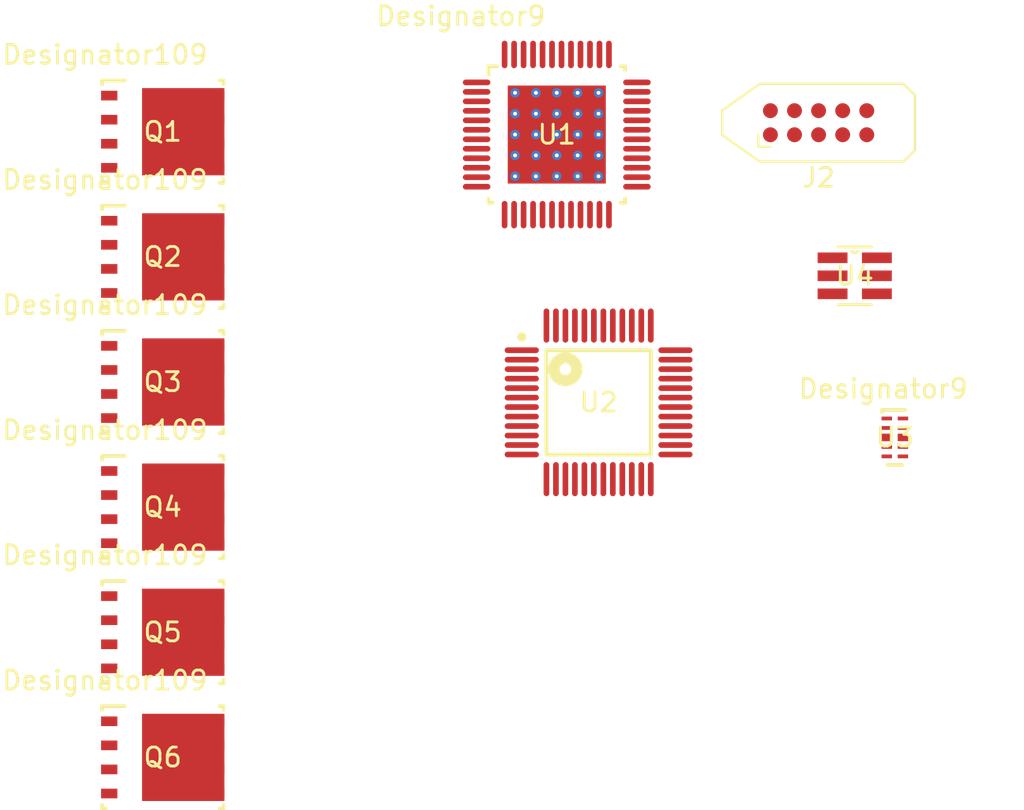
<source format=kicad_pcb>
(kicad_pcb (version 20240108) (generator "pcbnew") (generator_version "8.0")
  (layers (0 "F.Cu" signal) (31 "B.Cu" signal) (34 "B.Paste" user) (35 "F.Paste" user) (36 "B.SilkS" user "B.Silkscreen") (37 "F.SilkS" user "F.Silkscreen") (38 "B.Mask" user) (39 "F.Mask" user) (44 "Edge.Cuts" user))
  (net 0 "")
  (net 11 "MOT_A")
  (net 12 "GH_A")
  (net 13 "PVDD")
  (net 14 "GL_A")
  (net 15 "SL_A")
  (net 16 "GH_B")
  (net 17 "MOT_B")
  (net 18 "SL_B")
  (net 19 "GL_B")
  (net 20 "GH_C")
  (net 21 "MOT_C")
  (net 22 "SL_C")
  (net 23 "GL_C")
  (net 24 "ISEN_A")
  (net 25 "INH_A")
  (net 26 "3.3V")
  (net 27 "SP1")
  (net 28 "Net-(U1-VCP_LSD)")
  (net 29 "Net-(U1-CP1L)")
  (net 30 "Net-(U1-CP1H)")
  (net 31 "SDO")
  (net 32 "Net-(U1-DVDD)")
  (net 33 "Net-(U1-VDRAIN)")
  (net 34 "ISEN_B")
  (net 35 "SDI")
  (net 36 "Net-(U1-CP2H)")
  (net 37 "Net-(U1-CP2L)")
  (net 38 "INL_B")
  (net 39 "INL_A")
  (net 40 "EN_GATE")
  (net 41 "ISEN_C")
  (net 42 "WAKE")
  (net 43 "nSCS")
  (net 44 "Net-(U1-PWRGD)")
  (net 45 "Net-(U1-AVDD)")
  (net 46 "INH_C")
  (net 47 "INL_C")
  (net 48 "Net-(U1-VCPH)")
  (net 49 "nFAULT")
  (net 50 "INH_B")
  (net 51 "SCLK")
  (net 100 "VSEN_PVDD")
  (net 104 "VSEN_C")
  (net 106 "VSEN_A")
  (net 107 "VSEN_B")
  (footprint "CSD16556Q5B:DNK0008A" (layer "F.Cu") (at 73.380001 83.705)
    (property "Reference" "Q3" (at 0 0 0) (layer "F.SilkS"))
    (property "Value" "CSD16556Q5B")
    (fp_line (start -3.200001 -2.7) (end -2.000001 -2.7) (stroke (width 0.2)) (layer "F.SilkS"))
    (fp_line (start -3.200001 -2.5) (end -3.200001 -2.7) (stroke (width 0.2)) (layer "F.SilkS"))
    (fp_line (start -3.200001 2.7) (end -3.200001 2.5) (stroke (width 0.2)) (layer "F.SilkS"))
    (fp_line (start -3.200001 2.7) (end -2.999999 2.7) (stroke (width 0.2)) (layer "F.SilkS"))
    (fp_line (start 2.999999 -2.7) (end 3.200001 -2.7) (stroke (width 0.2)) (layer "F.SilkS"))
    (fp_line (start 2.999999 2.7) (end 3.200001 2.7) (stroke (width 0.2)) (layer "F.SilkS"))
    (fp_line (start 3.200001 -2.5) (end 3.200001 -2.7) (stroke (width 0.2)) (layer "F.SilkS"))
    (fp_line (start 3.200001 2.7) (end 3.200001 2.5) (stroke (width 0.2)) (layer "F.SilkS"))
    (fp_text user "Designator109" (at -3.048 -4.064 0) (layer "F.SilkS"))
    (pad "1" smd rect (at -2.819999 -1.905) (size 0.860001 0.509999) (layers "F.Cu" "F.Paste" "F.Mask") (net 13 "PVDD"))
    (pad "2" smd rect (at -2.819999 -0.635) (size 0.860001 0.509999) (layers "F.Cu" "F.Paste" "F.Mask") (net 16 "GH_B"))
    (pad "3" smd rect (at -2.819999 0.635) (size 0.860001 0.509999) (layers "F.Cu" "F.Paste" "F.Mask") (net 17 "MOT_B"))
    (pad "4" smd rect (at -2.819999 1.905) (size 0.860001 0.509999) (layers "F.Cu" "F.Paste" "F.Mask"))
    (pad "5" smd rect (at 2.819999 1.905) (size 0.860001 0.509999) (layers "F.Cu" "F.Paste" "F.Mask"))
    (pad "6" smd rect (at 2.819999 0.635) (size 0.860001 0.509999) (layers "F.Cu" "F.Paste" "F.Mask"))
    (pad "7" smd rect (at 2.819999 -0.635) (size 0.860001 0.509999) (layers "F.Cu" "F.Paste" "F.Mask"))
    (pad "8" smd rect (at 2.819999 -1.905) (size 0.860001 0.509999) (layers "F.Cu" "F.Paste" "F.Mask"))
    (pad "9" smd rect (at 1.08 0) (size 4.339999 4.600001) (layers "F.Cu" "F.Mask"))
  )
  (footprint "LMR16006XDDCR:DDC0006A" (layer "F.Cu") (at 109.855 78.105)
    (property "Reference" "U4" (at 0 0 0) (layer "F.SilkS"))
    (property "Value" "LMR16006XDDCR")
    (fp_line (start -0.8763 -1.524) (end 0.8763 -1.524) (stroke (width 0.1524)) (layer "F.SilkS"))
    (fp_line (start -0.8763 1.524) (end 0.8763 1.524) (stroke (width 0.1524)) (layer "F.SilkS"))
    (fp_arc (start 0.181329 -1.279005) (mid 0 -1.2192) (end -0.181329 -1.279005) (stroke (width 0.1524)) (layer "F.SilkS"))
    (pad "1" smd rect (at -1.1684 -0.950001) (size 1.5748 0.5588) (layers "F.Cu" "F.Paste" "F.Mask"))
    (pad "2" smd rect (at -1.1684 0) (size 1.5748 0.5588) (layers "F.Cu" "F.Paste" "F.Mask"))
    (pad "3" smd rect (at -1.1684 0.950001) (size 1.5748 0.5588) (layers "F.Cu" "F.Paste" "F.Mask"))
    (pad "4" smd rect (at 1.1684 0.950001) (size 1.5748 0.5588) (layers "F.Cu" "F.Paste" "F.Mask"))
    (pad "5" smd rect (at 1.1684 0) (size 1.5748 0.5588) (layers "F.Cu" "F.Paste" "F.Mask"))
    (pad "6" smd rect (at 1.1684 -0.950001) (size 1.5748 0.5588) (layers "F.Cu" "F.Paste" "F.Mask"))
  )
  (footprint "CSD16556Q5B:DNK0008A" (layer "F.Cu") (at 73.380001 70.505)
    (property "Reference" "Q1" (at 0 0 0) (layer "F.SilkS"))
    (property "Value" "CSD16556Q5B")
    (fp_line (start -3.200001 -2.7) (end -2.000001 -2.7) (stroke (width 0.2)) (layer "F.SilkS"))
    (fp_line (start -3.200001 -2.5) (end -3.200001 -2.7) (stroke (width 0.2)) (layer "F.SilkS"))
    (fp_line (start -3.200001 2.7) (end -3.200001 2.5) (stroke (width 0.2)) (layer "F.SilkS"))
    (fp_line (start -3.200001 2.7) (end -2.999999 2.7) (stroke (width 0.2)) (layer "F.SilkS"))
    (fp_line (start 2.999999 -2.7) (end 3.200001 -2.7) (stroke (width 0.2)) (layer "F.SilkS"))
    (fp_line (start 2.999999 2.7) (end 3.200001 2.7) (stroke (width 0.2)) (layer "F.SilkS"))
    (fp_line (start 3.200001 -2.5) (end 3.200001 -2.7) (stroke (width 0.2)) (layer "F.SilkS"))
    (fp_line (start 3.200001 2.7) (end 3.200001 2.5) (stroke (width 0.2)) (layer "F.SilkS"))
    (fp_text user "Designator109" (at -3.048 -4.064 0) (layer "F.SilkS"))
    (pad "1" smd rect (at -2.819999 -1.905) (size 0.860001 0.509999) (layers "F.Cu" "F.Paste" "F.Mask") (net 13 "PVDD"))
    (pad "2" smd rect (at -2.819999 -0.635) (size 0.860001 0.509999) (layers "F.Cu" "F.Paste" "F.Mask") (net 12 "GH_A"))
    (pad "3" smd rect (at -2.819999 0.635) (size 0.860001 0.509999) (layers "F.Cu" "F.Paste" "F.Mask") (net 11 "MOT_A"))
    (pad "4" smd rect (at -2.819999 1.905) (size 0.860001 0.509999) (layers "F.Cu" "F.Paste" "F.Mask"))
    (pad "5" smd rect (at 2.819999 1.905) (size 0.860001 0.509999) (layers "F.Cu" "F.Paste" "F.Mask"))
    (pad "6" smd rect (at 2.819999 0.635) (size 0.860001 0.509999) (layers "F.Cu" "F.Paste" "F.Mask"))
    (pad "7" smd rect (at 2.819999 -0.635) (size 0.860001 0.509999) (layers "F.Cu" "F.Paste" "F.Mask"))
    (pad "8" smd rect (at 2.819999 -1.905) (size 0.860001 0.509999) (layers "F.Cu" "F.Paste" "F.Mask"))
    (pad "9" smd rect (at 1.08 0) (size 4.339999 4.600001) (layers "F.Cu" "F.Mask"))
  )
  (footprint "CSD16556Q5B:DNK0008A" (layer "F.Cu") (at 73.380001 77.105)
    (property "Reference" "Q2" (at 0 0 0) (layer "F.SilkS"))
    (property "Value" "CSD16556Q5B")
    (fp_line (start -3.200001 -2.7) (end -2.000001 -2.7) (stroke (width 0.2)) (layer "F.SilkS"))
    (fp_line (start -3.200001 -2.5) (end -3.200001 -2.7) (stroke (width 0.2)) (layer "F.SilkS"))
    (fp_line (start -3.200001 2.7) (end -3.200001 2.5) (stroke (width 0.2)) (layer "F.SilkS"))
    (fp_line (start -3.200001 2.7) (end -2.999999 2.7) (stroke (width 0.2)) (layer "F.SilkS"))
    (fp_line (start 2.999999 -2.7) (end 3.200001 -2.7) (stroke (width 0.2)) (layer "F.SilkS"))
    (fp_line (start 2.999999 2.7) (end 3.200001 2.7) (stroke (width 0.2)) (layer "F.SilkS"))
    (fp_line (start 3.200001 -2.5) (end 3.200001 -2.7) (stroke (width 0.2)) (layer "F.SilkS"))
    (fp_line (start 3.200001 2.7) (end 3.200001 2.5) (stroke (width 0.2)) (layer "F.SilkS"))
    (fp_text user "Designator109" (at -3.048 -4.064 0) (layer "F.SilkS"))
    (pad "1" smd rect (at -2.819999 -1.905) (size 0.860001 0.509999) (layers "F.Cu" "F.Paste" "F.Mask") (net 11 "MOT_A"))
    (pad "2" smd rect (at -2.819999 -0.635) (size 0.860001 0.509999) (layers "F.Cu" "F.Paste" "F.Mask") (net 14 "GL_A"))
    (pad "3" smd rect (at -2.819999 0.635) (size 0.860001 0.509999) (layers "F.Cu" "F.Paste" "F.Mask") (net 15 "SL_A"))
    (pad "4" smd rect (at -2.819999 1.905) (size 0.860001 0.509999) (layers "F.Cu" "F.Paste" "F.Mask"))
    (pad "5" smd rect (at 2.819999 1.905) (size 0.860001 0.509999) (layers "F.Cu" "F.Paste" "F.Mask"))
    (pad "6" smd rect (at 2.819999 0.635) (size 0.860001 0.509999) (layers "F.Cu" "F.Paste" "F.Mask"))
    (pad "7" smd rect (at 2.819999 -0.635) (size 0.860001 0.509999) (layers "F.Cu" "F.Paste" "F.Mask"))
    (pad "8" smd rect (at 2.819999 -1.905) (size 0.860001 0.509999) (layers "F.Cu" "F.Paste" "F.Mask"))
    (pad "9" smd rect (at 1.08 0) (size 4.339999 4.600001) (layers "F.Cu" "F.Mask"))
  )
  (footprint "DRV8305:PHP0048G_N" (layer "F.Cu") (at 94.15 70.655)
    (property "Reference" "U1" (at 0 0 0) (layer "F.SilkS"))
    (property "Value" "DRV83053PHP")
    (fp_line (start -3.6 -3.600003) (end -3.149999 -3.600003) (stroke (width 0.2)) (layer "F.SilkS"))
    (fp_line (start -3.6 -3.150001) (end -3.6 -3.600003) (stroke (width 0.2)) (layer "F.SilkS"))
    (fp_line (start -3.6 3.599998) (end -3.6 3.374997) (stroke (width 0.2)) (layer "F.SilkS"))
    (fp_line (start -3.6 3.599998) (end -3.375 3.599998) (stroke (width 0.2)) (layer "F.SilkS"))
    (fp_line (start 3.375 -3.600003) (end 3.6 -3.600003) (stroke (width 0.2)) (layer "F.SilkS"))
    (fp_line (start 3.375 3.599998) (end 3.6 3.599998) (stroke (width 0.2)) (layer "F.SilkS"))
    (fp_line (start 3.6 -3.375002) (end 3.6 -3.600003) (stroke (width 0.2)) (layer "F.SilkS"))
    (fp_line (start 3.6 3.599998) (end 3.6 3.374997) (stroke (width 0.2)) (layer "F.SilkS"))
    (fp_text user "Designator9" (at -5.0546 -6.2484 0) (layer "F.SilkS"))
    (pad "1" smd oval (at -4.225 -2.75 90) (size 0.299999 1.45) (layers "F.Cu" "F.Paste" "F.Mask") (net 40 "EN_GATE"))
    (pad "2" smd oval (at -4.225 -2.250001 90) (size 0.299999 1.45) (layers "F.Cu" "F.Paste" "F.Mask") (net 25 "INH_A"))
    (pad "3" smd oval (at -4.225 -1.750002 90) (size 0.299999 1.45) (layers "F.Cu" "F.Paste" "F.Mask") (net 39 "INL_A"))
    (pad "4" smd oval (at -4.225 -1.25 90) (size 0.299999 1.45) (layers "F.Cu" "F.Paste" "F.Mask") (net 50 "INH_B"))
    (pad "5" smd oval (at -4.225 -0.750001 90) (size 0.299999 1.45) (layers "F.Cu" "F.Paste" "F.Mask") (net 38 "INL_B"))
    (pad "6" smd oval (at -4.225 -0.25 90) (size 0.299999 1.45) (layers "F.Cu" "F.Paste" "F.Mask") (net 46 "INH_C"))
    (pad "7" smd oval (at -4.225 0.25 90) (size 0.299999 1.45) (layers "F.Cu" "F.Paste" "F.Mask") (net 47 "INL_C"))
    (pad "8" smd oval (at -4.225 0.749998 90) (size 0.299999 1.45) (layers "F.Cu" "F.Paste" "F.Mask") (net 49 "nFAULT"))
    (pad "9" smd oval (at -4.225 1.25 90) (size 0.299999 1.45) (layers "F.Cu" "F.Paste" "F.Mask") (net 43 "nSCS"))
    (pad "10" smd oval (at -4.225 1.749999 90) (size 0.299999 1.45) (layers "F.Cu" "F.Paste" "F.Mask") (net 35 "SDI"))
    (pad "11" smd oval (at -4.225 2.250001 90) (size 0.299999 1.45) (layers "F.Cu" "F.Paste" "F.Mask") (net 31 "SDO"))
    (pad "12" smd oval (at -4.225 2.75 90) (size 0.299999 1.45) (layers "F.Cu" "F.Paste" "F.Mask") (net 51 "SCLK"))
    (pad "13" smd oval (at -2.75 4.225) (size 0.299999 1.45) (layers "F.Cu" "F.Paste" "F.Mask") (net 44 "Net-(U1-PWRGD)"))
    (pad "14" smd oval (at -2.250001 4.225) (size 0.299999 1.45) (layers "F.Cu" "F.Paste" "F.Mask") (net 27 "SP1"))
    (pad "15" smd oval (at -1.750002 4.225) (size 0.299999 1.45) (layers "F.Cu" "F.Paste" "F.Mask") (net 45 "Net-(U1-AVDD)"))
    (pad "16" smd oval (at -1.25 4.225) (size 0.299999 1.45) (layers "F.Cu" "F.Paste" "F.Mask") (net 24 "ISEN_A"))
    (pad "17" smd oval (at -0.750001 4.225) (size 0.299999 1.45) (layers "F.Cu" "F.Paste" "F.Mask") (net 34 "ISEN_B"))
    (pad "18" smd oval (at -0.25 4.225) (size 0.299999 1.45) (layers "F.Cu" "F.Paste" "F.Mask") (net 41 "ISEN_C"))
    (pad "19" smd oval (at 0.25 4.225) (size 0.299999 1.45) (layers "F.Cu" "F.Paste" "F.Mask") (net 22 "SL_C"))
    (pad "20" smd oval (at 0.749998 4.225) (size 0.299999 1.45) (layers "F.Cu" "F.Paste" "F.Mask") (net 27 "SP1"))
    (pad "21" smd oval (at 1.25 4.225) (size 0.299999 1.45) (layers "F.Cu" "F.Paste" "F.Mask") (net 18 "SL_B"))
    (pad "22" smd oval (at 1.749999 4.225) (size 0.299999 1.45) (layers "F.Cu" "F.Paste" "F.Mask") (net 27 "SP1"))
    (pad "23" smd oval (at 2.250001 4.225) (size 0.299999 1.45) (layers "F.Cu" "F.Paste" "F.Mask") (net 15 "SL_A"))
    (pad "24" smd oval (at 2.75 4.225) (size 0.299999 1.45) (layers "F.Cu" "F.Paste" "F.Mask") (net 27 "SP1"))
    (pad "25" smd oval (at 4.225 2.75 90) (size 0.299999 1.45) (layers "F.Cu" "F.Paste" "F.Mask") (net 23 "GL_C"))
    (pad "26" smd oval (at 4.225 2.250001 90) (size 0.299999 1.45) (layers "F.Cu" "F.Paste" "F.Mask") (net 22 "SL_C"))
    (pad "27" smd oval (at 4.225 1.749999 90) (size 0.299999 1.45) (layers "F.Cu" "F.Paste" "F.Mask") (net 21 "MOT_C"))
    (pad "28" smd oval (at 4.225 1.25 90) (size 0.299999 1.45) (layers "F.Cu" "F.Paste" "F.Mask") (net 20 "GH_C"))
    (pad "29" smd oval (at 4.225 0.749998 90) (size 0.299999 1.45) (layers "F.Cu" "F.Paste" "F.Mask") (net 16 "GH_B"))
    (pad "30" smd oval (at 4.225 0.25 90) (size 0.299999 1.45) (layers "F.Cu" "F.Paste" "F.Mask") (net 17 "MOT_B"))
    (pad "31" smd oval (at 4.225 -0.25 90) (size 0.299999 1.45) (layers "F.Cu" "F.Paste" "F.Mask") (net 18 "SL_B"))
    (pad "32" smd oval (at 4.225 -0.750001 90) (size 0.299999 1.45) (layers "F.Cu" "F.Paste" "F.Mask") (net 19 "GL_B"))
    (pad "33" smd oval (at 4.225 -1.25 90) (size 0.299999 1.45) (layers "F.Cu" "F.Paste" "F.Mask") (net 14 "GL_A"))
    (pad "34" smd oval (at 4.225 -1.750002 90) (size 0.299999 1.45) (layers "F.Cu" "F.Paste" "F.Mask") (net 15 "SL_A"))
    (pad "35" smd oval (at 4.225 -2.250001 90) (size 0.299999 1.45) (layers "F.Cu" "F.Paste" "F.Mask") (net 11 "MOT_A"))
    (pad "36" smd oval (at 4.225 -2.75 90) (size 0.299999 1.45) (layers "F.Cu" "F.Paste" "F.Mask") (net 12 "GH_A"))
    (pad "37" smd oval (at 2.75 -4.225) (size 0.299999 1.45) (layers "F.Cu" "F.Paste" "F.Mask") (net 28 "Net-(U1-VCP_LSD)"))
    (pad "38" smd oval (at 2.250001 -4.225) (size 0.299999 1.45) (layers "F.Cu" "F.Paste" "F.Mask") (net 48 "Net-(U1-VCPH)"))
    (pad "39" smd oval (at 1.749999 -4.225) (size 0.299999 1.45) (layers "F.Cu" "F.Paste" "F.Mask") (net 36 "Net-(U1-CP2H)"))
    (pad "40" smd oval (at 1.25 -4.225) (size 0.299999 1.45) (layers "F.Cu" "F.Paste" "F.Mask") (net 37 "Net-(U1-CP2L)"))
    (pad "41" smd oval (at 0.749998 -4.225) (size 0.299999 1.45) (layers "F.Cu" "F.Paste" "F.Mask") (net 13 "PVDD"))
    (pad "42" smd oval (at 0.25 -4.225) (size 0.299999 1.45) (layers "F.Cu" "F.Paste" "F.Mask") (net 29 "Net-(U1-CP1L)"))
    (pad "43" smd oval (at -0.25 -4.225) (size 0.299999 1.45) (layers "F.Cu" "F.Paste" "F.Mask") (net 30 "Net-(U1-CP1H)"))
    (pad "44" smd oval (at -0.750001 -4.225) (size 0.299999 1.45) (layers "F.Cu" "F.Paste" "F.Mask") (net 33 "Net-(U1-VDRAIN)"))
    (pad "45" smd oval (at -1.25 -4.225) (size 0.299999 1.45) (layers "F.Cu" "F.Paste" "F.Mask") (net 27 "SP1"))
    (pad "46" smd oval (at -1.750002 -4.225) (size 0.299999 1.45) (layers "F.Cu" "F.Paste" "F.Mask") (net 32 "Net-(U1-DVDD)"))
    (pad "47" smd oval (at -2.250001 -4.225) (size 0.299999 1.45) (layers "F.Cu" "F.Paste" "F.Mask") (net 42 "WAKE"))
    (pad "48" smd oval (at -2.75 -4.225) (size 0.299999 1.45) (layers "F.Cu" "F.Paste" "F.Mask") (net 26 "3.3V"))
    (pad "49" smd rect (at 0 -0.000003) (size 5.17 5.17) (layers "F.Cu" "F.Paste" "F.Mask") (net 27 "SP1"))
    (pad "V" thru_hole circle (at -2.200001 -2.200001) (size 0.499999 0.499999) (drill 0.2032) (layers "*.Cu" "*.Mask"))
    (pad "V" thru_hole circle (at -2.200001 -1.1) (size 0.499999 0.499999) (drill 0.2032) (layers "*.Cu" "*.Mask"))
    (pad "V" thru_hole circle (at -2.200001 0) (size 0.499999 0.499999) (drill 0.2032) (layers "*.Cu" "*.Mask"))
    (pad "V" thru_hole circle (at -2.200001 1.1) (size 0.499999 0.499999) (drill 0.2032) (layers "*.Cu" "*.Mask"))
    (pad "V" thru_hole circle (at -2.200001 2.200001) (size 0.499999 0.499999) (drill 0.2032) (layers "*.Cu" "*.Mask"))
    (pad "V" thru_hole circle (at -1.1 -2.200001) (size 0.499999 0.499999) (drill 0.2032) (layers "*.Cu" "*.Mask"))
    (pad "V" thru_hole circle (at -1.1 -1.1) (size 0.499999 0.499999) (drill 0.2032) (layers "*.Cu" "*.Mask"))
    (pad "V" thru_hole circle (at -1.1 0) (size 0.499999 0.499999) (drill 0.2032) (layers "*.Cu" "*.Mask"))
    (pad "V" thru_hole circle (at -1.1 1.1) (size 0.499999 0.499999) (drill 0.2032) (layers "*.Cu" "*.Mask"))
    (pad "V" thru_hole circle (at -1.1 2.200001) (size 0.499999 0.499999) (drill 0.2032) (layers "*.Cu" "*.Mask"))
    (pad "V" thru_hole circle (at 0 -2.200001) (size 0.499999 0.499999) (drill 0.2032) (layers "*.Cu" "*.Mask"))
    (pad "V" thru_hole circle (at 0 -1.1) (size 0.499999 0.499999) (drill 0.2032) (layers "*.Cu" "*.Mask"))
    (pad "V" thru_hole circle (at 0 0) (size 0.499999 0.499999) (drill 0.2032) (layers "*.Cu" "*.Mask"))
    (pad "V" thru_hole circle (at 0 1.1) (size 0.499999 0.499999) (drill 0.2032) (layers "*.Cu" "*.Mask"))
    (pad "V" thru_hole circle (at 0 2.200001) (size 0.499999 0.499999) (drill 0.2032) (layers "*.Cu" "*.Mask"))
    (pad "V" thru_hole circle (at 1.1 -2.200001) (size 0.499999 0.499999) (drill 0.2032) (layers "*.Cu" "*.Mask"))
    (pad "V" thru_hole circle (at 1.1 -1.1) (size 0.499999 0.499999) (drill 0.2032) (layers "*.Cu" "*.Mask"))
    (pad "V" thru_hole circle (at 1.1 0) (size 0.499999 0.499999) (drill 0.2032) (layers "*.Cu" "*.Mask"))
    (pad "V" thru_hole circle (at 1.1 1.1) (size 0.499999 0.499999) (drill 0.2032) (layers "*.Cu" "*.Mask"))
    (pad "V" thru_hole circle (at 1.1 2.200001) (size 0.499999 0.499999) (drill 0.2032) (layers "*.Cu" "*.Mask"))
    (pad "V" thru_hole circle (at 2.200001 -2.200001) (size 0.499999 0.499999) (drill 0.2032) (layers "*.Cu" "*.Mask"))
    (pad "V" thru_hole circle (at 2.200001 -1.1) (size 0.499999 0.499999) (drill 0.2032) (layers "*.Cu" "*.Mask"))
    (pad "V" thru_hole circle (at 2.200001 0) (size 0.499999 0.499999) (drill 0.2032) (layers "*.Cu" "*.Mask"))
    (pad "V" thru_hole circle (at 2.200001 1.1) (size 0.499999 0.499999) (drill 0.2032) (layers "*.Cu" "*.Mask"))
    (pad "V" thru_hole circle (at 2.200001 2.200001) (size 0.499999 0.499999) (drill 0.2032) (layers "*.Cu" "*.Mask"))
  )
  (footprint "CSD16556Q5B:DNK0008A" (layer "F.Cu") (at 73.380001 103.505)
    (property "Reference" "Q6" (at 0 0 0) (layer "F.SilkS"))
    (property "Value" "CSD16556Q5B")
    (fp_line (start -3.200001 -2.7) (end -2.000001 -2.7) (stroke (width 0.2)) (layer "F.SilkS"))
    (fp_line (start -3.200001 -2.5) (end -3.200001 -2.7) (stroke (width 0.2)) (layer "F.SilkS"))
    (fp_line (start -3.200001 2.7) (end -3.200001 2.5) (stroke (width 0.2)) (layer "F.SilkS"))
    (fp_line (start -3.200001 2.7) (end -2.999999 2.7) (stroke (width 0.2)) (layer "F.SilkS"))
    (fp_line (start 2.999999 -2.7) (end 3.200001 -2.7) (stroke (width 0.2)) (layer "F.SilkS"))
    (fp_line (start 2.999999 2.7) (end 3.200001 2.7) (stroke (width 0.2)) (layer "F.SilkS"))
    (fp_line (start 3.200001 -2.5) (end 3.200001 -2.7) (stroke (width 0.2)) (layer "F.SilkS"))
    (fp_line (start 3.200001 2.7) (end 3.200001 2.5) (stroke (width 0.2)) (layer "F.SilkS"))
    (fp_text user "Designator109" (at -3.048 -4.064 0) (layer "F.SilkS"))
    (pad "1" smd rect (at -2.819999 -1.905) (size 0.860001 0.509999) (layers "F.Cu" "F.Paste" "F.Mask") (net 21 "MOT_C"))
    (pad "2" smd rect (at -2.819999 -0.635) (size 0.860001 0.509999) (layers "F.Cu" "F.Paste" "F.Mask") (net 23 "GL_C"))
    (pad "3" smd rect (at -2.819999 0.635) (size 0.860001 0.509999) (layers "F.Cu" "F.Paste" "F.Mask") (net 22 "SL_C"))
    (pad "4" smd rect (at -2.819999 1.905) (size 0.860001 0.509999) (layers "F.Cu" "F.Paste" "F.Mask"))
    (pad "5" smd rect (at 2.819999 1.905) (size 0.860001 0.509999) (layers "F.Cu" "F.Paste" "F.Mask"))
    (pad "6" smd rect (at 2.819999 0.635) (size 0.860001 0.509999) (layers "F.Cu" "F.Paste" "F.Mask"))
    (pad "7" smd rect (at 2.819999 -0.635) (size 0.860001 0.509999) (layers "F.Cu" "F.Paste" "F.Mask"))
    (pad "8" smd rect (at 2.819999 -1.905) (size 0.860001 0.509999) (layers "F.Cu" "F.Paste" "F.Mask"))
    (pad "9" smd rect (at 1.08 0) (size 4.339999 4.600001) (layers "F.Cu" "F.Mask"))
  )
  (footprint "TMS320F28027FPTT:PT0048A_N" (layer "F.Cu") (at 96.355 84.78)
    (property "Reference" "U2" (at 0 0 0) (layer "F.SilkS"))
    (property "Value" "TMS320F28027FPTT")
    (fp_line (start -2.75 -2.75) (end 2.75 -2.75) (stroke (width 0.2)) (layer "F.SilkS"))
    (fp_line (start -2.75 2.75) (end -2.75 -2.75) (stroke (width 0.2)) (layer "F.SilkS"))
    (fp_line (start -2.75 2.75) (end 2.75 2.75) (stroke (width 0.2)) (layer "F.SilkS"))
    (fp_line (start 2.75 2.75) (end 2.75 -2.75) (stroke (width 0.2)) (layer "F.SilkS"))
    (fp_circle (center -4.05 -3.450001) (end -3.924999 -3.450001) (stroke (width 0.25)) (fill none) (layer "F.SilkS"))
    (fp_circle (center -1.749999 -1.749999) (end -1.45 -1.749999) (stroke (width 0.6)) (fill none) (layer "F.SilkS"))
    (pad "1" smd oval (at -4.05 -2.75 90) (size 0.299999 1.799999) (layers "F.Cu" "F.Paste" "F.Mask"))
    (pad "2" smd oval (at -4.05 -2.250001 90) (size 0.299999 1.799999) (layers "F.Cu" "F.Paste" "F.Mask"))
    (pad "3" smd oval (at -4.05 -1.749999 90) (size 0.299999 1.799999) (layers "F.Cu" "F.Paste" "F.Mask"))
    (pad "4" smd oval (at -4.05 -1.25 90) (size 0.299999 1.799999) (layers "F.Cu" "F.Paste" "F.Mask"))
    (pad "5" smd oval (at -4.05 -0.749998 90) (size 0.299999 1.799999) (layers "F.Cu" "F.Paste" "F.Mask"))
    (pad "6" smd oval (at -4.05 -0.25 90) (size 0.299999 1.799999) (layers "F.Cu" "F.Paste" "F.Mask"))
    (pad "7" smd oval (at -4.05 0.25 90) (size 0.299999 1.799999) (layers "F.Cu" "F.Paste" "F.Mask"))
    (pad "8" smd oval (at -4.05 0.750001 90) (size 0.299999 1.799999) (layers "F.Cu" "F.Paste" "F.Mask"))
    (pad "9" smd oval (at -4.05 1.25 90) (size 0.299999 1.799999) (layers "F.Cu" "F.Paste" "F.Mask"))
    (pad "10" smd oval (at -4.05 1.750002 90) (size 0.299999 1.799999) (layers "F.Cu" "F.Paste" "F.Mask"))
    (pad "11" smd oval (at -4.05 2.250001 90) (size 0.299999 1.799999) (layers "F.Cu" "F.Paste" "F.Mask"))
    (pad "12" smd oval (at -4.05 2.75 90) (size 0.299999 1.799999) (layers "F.Cu" "F.Paste" "F.Mask"))
    (pad "13" smd oval (at -2.75 4.05) (size 0.299999 1.799999) (layers "F.Cu" "F.Paste" "F.Mask"))
    (pad "14" smd oval (at -2.250001 4.05) (size 0.299999 1.799999) (layers "F.Cu" "F.Paste" "F.Mask"))
    (pad "15" smd oval (at -1.749999 4.05) (size 0.299999 1.799999) (layers "F.Cu" "F.Paste" "F.Mask"))
    (pad "16" smd oval (at -1.25 4.05) (size 0.299999 1.799999) (layers "F.Cu" "F.Paste" "F.Mask"))
    (pad "17" smd oval (at -0.749998 4.05) (size 0.299999 1.799999) (layers "F.Cu" "F.Paste" "F.Mask"))
    (pad "18" smd oval (at -0.25 4.05) (size 0.299999 1.799999) (layers "F.Cu" "F.Paste" "F.Mask"))
    (pad "19" smd oval (at 0.25 4.05) (size 0.299999 1.799999) (layers "F.Cu" "F.Paste" "F.Mask"))
    (pad "20" smd oval (at 0.750001 4.05) (size 0.299999 1.799999) (layers "F.Cu" "F.Paste" "F.Mask"))
    (pad "21" smd oval (at 1.25 4.05) (size 0.299999 1.799999) (layers "F.Cu" "F.Paste" "F.Mask"))
    (pad "22" smd oval (at 1.750002 4.05) (size 0.299999 1.799999) (layers "F.Cu" "F.Paste" "F.Mask"))
    (pad "23" smd oval (at 2.250001 4.05) (size 0.299999 1.799999) (layers "F.Cu" "F.Paste" "F.Mask"))
    (pad "24" smd oval (at 2.75 4.05) (size 0.299999 1.799999) (layers "F.Cu" "F.Paste" "F.Mask"))
    (pad "25" smd oval (at 4.05 2.75 90) (size 0.299999 1.799999) (layers "F.Cu" "F.Paste" "F.Mask"))
    (pad "26" smd oval (at 4.05 2.250001 90) (size 0.299999 1.799999) (layers "F.Cu" "F.Paste" "F.Mask"))
    (pad "27" smd oval (at 4.05 1.750002 90) (size 0.299999 1.799999) (layers "F.Cu" "F.Paste" "F.Mask"))
    (pad "28" smd oval (at 4.05 1.25 90) (size 0.299999 1.799999) (layers "F.Cu" "F.Paste" "F.Mask"))
    (pad "29" smd oval (at 4.05 0.750001 90) (size 0.299999 1.799999) (layers "F.Cu" "F.Paste" "F.Mask"))
    (pad "30" smd oval (at 4.05 0.25 90) (size 0.299999 1.799999) (layers "F.Cu" "F.Paste" "F.Mask"))
    (pad "31" smd oval (at 4.05 -0.25 90) (size 0.299999 1.799999) (layers "F.Cu" "F.Paste" "F.Mask"))
    (pad "32" smd oval (at 4.05 -0.749998 90) (size 0.299999 1.799999) (layers "F.Cu" "F.Paste" "F.Mask"))
    (pad "33" smd oval (at 4.05 -1.25 90) (size 0.299999 1.799999) (layers "F.Cu" "F.Paste" "F.Mask"))
    (pad "34" smd oval (at 4.05 -1.749999 90) (size 0.299999 1.799999) (layers "F.Cu" "F.Paste" "F.Mask"))
    (pad "35" smd oval (at 4.05 -2.250001 90) (size 0.299999 1.799999) (layers "F.Cu" "F.Paste" "F.Mask"))
    (pad "36" smd oval (at 4.05 -2.75 90) (size 0.299999 1.799999) (layers "F.Cu" "F.Paste" "F.Mask"))
    (pad "37" smd oval (at 2.75 -4.05) (size 0.299999 1.799999) (layers "F.Cu" "F.Paste" "F.Mask"))
    (pad "38" smd oval (at 2.250001 -4.05) (size 0.299999 1.799999) (layers "F.Cu" "F.Paste" "F.Mask"))
    (pad "39" smd oval (at 1.750002 -4.05) (size 0.299999 1.799999) (layers "F.Cu" "F.Paste" "F.Mask"))
    (pad "40" smd oval (at 1.25 -4.05) (size 0.299999 1.799999) (layers "F.Cu" "F.Paste" "F.Mask"))
    (pad "41" smd oval (at 0.750001 -4.05) (size 0.299999 1.799999) (layers "F.Cu" "F.Paste" "F.Mask"))
    (pad "42" smd oval (at 0.25 -4.05) (size 0.299999 1.799999) (layers "F.Cu" "F.Paste" "F.Mask"))
    (pad "43" smd oval (at -0.25 -4.05) (size 0.299999 1.799999) (layers "F.Cu" "F.Paste" "F.Mask"))
    (pad "44" smd oval (at -0.749998 -4.05) (size 0.299999 1.799999) (layers "F.Cu" "F.Paste" "F.Mask"))
    (pad "45" smd oval (at -1.25 -4.05) (size 0.299999 1.799999) (layers "F.Cu" "F.Paste" "F.Mask"))
    (pad "46" smd oval (at -1.749999 -4.05) (size 0.299999 1.799999) (layers "F.Cu" "F.Paste" "F.Mask"))
    (pad "47" smd oval (at -2.250001 -4.05) (size 0.299999 1.799999) (layers "F.Cu" "F.Paste" "F.Mask"))
    (pad "48" smd oval (at -2.75 -4.05) (size 0.299999 1.799999) (layers "F.Cu" "F.Paste" "F.Mask"))
  )
  (footprint "CSD16556Q5B:DNK0008A" (layer "F.Cu") (at 73.380001 90.305)
    (property "Reference" "Q4" (at 0 0 0) (layer "F.SilkS"))
    (property "Value" "CSD16556Q5B")
    (fp_line (start -3.200001 -2.7) (end -2.000001 -2.7) (stroke (width 0.2)) (layer "F.SilkS"))
    (fp_line (start -3.200001 -2.5) (end -3.200001 -2.7) (stroke (width 0.2)) (layer "F.SilkS"))
    (fp_line (start -3.200001 2.7) (end -3.200001 2.5) (stroke (width 0.2)) (layer "F.SilkS"))
    (fp_line (start -3.200001 2.7) (end -2.999999 2.7) (stroke (width 0.2)) (layer "F.SilkS"))
    (fp_line (start 2.999999 -2.7) (end 3.200001 -2.7) (stroke (width 0.2)) (layer "F.SilkS"))
    (fp_line (start 2.999999 2.7) (end 3.200001 2.7) (stroke (width 0.2)) (layer "F.SilkS"))
    (fp_line (start 3.200001 -2.5) (end 3.200001 -2.7) (stroke (width 0.2)) (layer "F.SilkS"))
    (fp_line (start 3.200001 2.7) (end 3.200001 2.5) (stroke (width 0.2)) (layer "F.SilkS"))
    (fp_text user "Designator109" (at -3.048 -4.064 0) (layer "F.SilkS"))
    (pad "1" smd rect (at -2.819999 -1.905) (size 0.860001 0.509999) (layers "F.Cu" "F.Paste" "F.Mask") (net 17 "MOT_B"))
    (pad "2" smd rect (at -2.819999 -0.635) (size 0.860001 0.509999) (layers "F.Cu" "F.Paste" "F.Mask") (net 19 "GL_B"))
    (pad "3" smd rect (at -2.819999 0.635) (size 0.860001 0.509999) (layers "F.Cu" "F.Paste" "F.Mask") (net 18 "SL_B"))
    (pad "4" smd rect (at -2.819999 1.905) (size 0.860001 0.509999) (layers "F.Cu" "F.Paste" "F.Mask"))
    (pad "5" smd rect (at 2.819999 1.905) (size 0.860001 0.509999) (layers "F.Cu" "F.Paste" "F.Mask"))
    (pad "6" smd rect (at 2.819999 0.635) (size 0.860001 0.509999) (layers "F.Cu" "F.Paste" "F.Mask"))
    (pad "7" smd rect (at 2.819999 -0.635) (size 0.860001 0.509999) (layers "F.Cu" "F.Paste" "F.Mask"))
    (pad "8" smd rect (at 2.819999 -1.905) (size 0.860001 0.509999) (layers "F.Cu" "F.Paste" "F.Mask"))
    (pad "9" smd rect (at 1.08 0) (size 4.339999 4.600001) (layers "F.Cu" "F.Mask"))
  )
  (footprint "Connector:Tag-Connect_TC2050-IDC-NL_2x05_P1.27mm_Vertical" (layer "F.Cu") (at 107.95 70.03)
    (property "Reference" "J2" (at 0 2.9 0) (layer "F.SilkS"))
    (property "Value" "TC2050-IDC")
    (fp_line (start -5.08 -0.65) (end -3.1 -2.05) (stroke (width 0.12)) (layer "F.SilkS"))
    (fp_line (start -5.08 0.65) (end -5.08 -0.65) (stroke (width 0.12)) (layer "F.SilkS"))
    (fp_line (start -3.175 1.27) (end -3.175 0.635) (stroke (width 0.12)) (layer "F.SilkS"))
    (fp_line (start -3.1 -2.05) (end 4.48 -2.05) (stroke (width 0.12)) (layer "F.SilkS"))
    (fp_line (start -3.1 2.05) (end -5.08 0.65) (stroke (width 0.12)) (layer "F.SilkS"))
    (fp_line (start -2.54 1.27) (end -3.175 1.27) (stroke (width 0.12)) (layer "F.SilkS"))
    (fp_line (start 4.48 -2.05) (end 5.08 -1.45) (stroke (width 0.12)) (layer "F.SilkS"))
    (fp_line (start 4.48 2.05) (end -3.1 2.05) (stroke (width 0.12)) (layer "F.SilkS"))
    (fp_line (start 4.48 2.05) (end 5.08 1.45) (stroke (width 0.12)) (layer "F.SilkS"))
    (fp_line (start 5.08 -1.45) (end 5.08 1.45) (stroke (width 0.12)) (layer "F.SilkS"))
    (pad "" np_thru_hole circle (at -3.81 0) (size 0.9906 0.9906) (drill 0.9906) (layers "*.Cu" "*.Mask"))
    (pad "" np_thru_hole circle (at 3.81 -1.016) (size 0.9906 0.9906) (drill 0.9906) (layers "*.Cu" "*.Mask"))
    (pad "" np_thru_hole circle (at 3.81 1.016) (size 0.9906 0.9906) (drill 0.9906) (layers "*.Cu" "*.Mask"))
    (pad "1" connect circle (at -2.54 0.635) (size 0.7874 0.7874) (layers "F.Cu" "F.Mask"))
    (pad "2" connect circle (at -1.27 0.635) (size 0.7874 0.7874) (layers "F.Cu" "F.Mask"))
    (pad "3" connect circle (at 0 0.635) (size 0.7874 0.7874) (layers "F.Cu" "F.Mask"))
    (pad "4" connect circle (at 1.27 0.635) (size 0.7874 0.7874) (layers "F.Cu" "F.Mask"))
    (pad "5" connect circle (at 2.54 0.635) (size 0.7874 0.7874) (layers "F.Cu" "F.Mask"))
    (pad "6" connect circle (at 2.54 -0.635) (size 0.7874 0.7874) (layers "F.Cu" "F.Mask"))
    (pad "7" connect circle (at 1.27 -0.635) (size 0.7874 0.7874) (layers "F.Cu" "F.Mask"))
    (pad "8" connect circle (at 0 -0.635) (size 0.7874 0.7874) (layers "F.Cu" "F.Mask"))
    (pad "9" connect circle (at -1.27 -0.635) (size 0.7874 0.7874) (layers "F.Cu" "F.Mask"))
    (pad "10" connect circle (at -2.54 -0.635) (size 0.7874 0.7874) (layers "F.Cu" "F.Mask"))
  )
  (footprint "CSD16556Q5B:DNK0008A" (layer "F.Cu") (at 73.380001 96.905)
    (property "Reference" "Q5" (at 0 0 0) (layer "F.SilkS"))
    (property "Value" "CSD16556Q5B")
    (fp_line (start -3.200001 -2.7) (end -2.000001 -2.7) (stroke (width 0.2)) (layer "F.SilkS"))
    (fp_line (start -3.200001 -2.5) (end -3.200001 -2.7) (stroke (width 0.2)) (layer "F.SilkS"))
    (fp_line (start -3.200001 2.7) (end -3.200001 2.5) (stroke (width 0.2)) (layer "F.SilkS"))
    (fp_line (start -3.200001 2.7) (end -2.999999 2.7) (stroke (width 0.2)) (layer "F.SilkS"))
    (fp_line (start 2.999999 -2.7) (end 3.200001 -2.7) (stroke (width 0.2)) (layer "F.SilkS"))
    (fp_line (start 2.999999 2.7) (end 3.200001 2.7) (stroke (width 0.2)) (layer "F.SilkS"))
    (fp_line (start 3.200001 -2.5) (end 3.200001 -2.7) (stroke (width 0.2)) (layer "F.SilkS"))
    (fp_line (start 3.200001 2.7) (end 3.200001 2.5) (stroke (width 0.2)) (layer "F.SilkS"))
    (fp_text user "Designator109" (at -3.048 -4.064 0) (layer "F.SilkS"))
    (pad "1" smd rect (at -2.819999 -1.905) (size 0.860001 0.509999) (layers "F.Cu" "F.Paste" "F.Mask") (net 13 "PVDD"))
    (pad "2" smd rect (at -2.819999 -0.635) (size 0.860001 0.509999) (layers "F.Cu" "F.Paste" "F.Mask") (net 20 "GH_C"))
    (pad "3" smd rect (at -2.819999 0.635) (size 0.860001 0.509999) (layers "F.Cu" "F.Paste" "F.Mask") (net 21 "MOT_C"))
    (pad "4" smd rect (at -2.819999 1.905) (size 0.860001 0.509999) (layers "F.Cu" "F.Paste" "F.Mask"))
    (pad "5" smd rect (at 2.819999 1.905) (size 0.860001 0.509999) (layers "F.Cu" "F.Paste" "F.Mask"))
    (pad "6" smd rect (at 2.819999 0.635) (size 0.860001 0.509999) (layers "F.Cu" "F.Paste" "F.Mask"))
    (pad "7" smd rect (at 2.819999 -0.635) (size 0.860001 0.509999) (layers "F.Cu" "F.Paste" "F.Mask"))
    (pad "8" smd rect (at 2.819999 -1.905) (size 0.860001 0.509999) (layers "F.Cu" "F.Paste" "F.Mask"))
    (pad "9" smd rect (at 1.08 0) (size 4.339999 4.600001) (layers "F.Cu" "F.Mask"))
  )
  (footprint "TPD4E05U06DQAR:DQA0010A" (layer "F.Cu") (at 111.97 86.630002)
    (property "Reference" "U3" (at 0 0 0) (layer "F.SilkS"))
    (property "Value" "TPD4E05U06DQAR")
    (fp_line (start -0.675 -1.450002) (end -0.549999 -1.450002) (stroke (width 0.2)) (layer "F.SilkS"))
    (fp_line (start -0.675 -1.33) (end -0.675 -1.450002) (stroke (width 0.2)) (layer "F.SilkS"))
    (fp_line (start -0.549999 -1.450002) (end 0.549999 -1.450002) (stroke (width 0.2)) (layer "F.SilkS"))
    (fp_line (start -0.399999 1.450002) (end 0.399999 1.450002) (stroke (width 0.2)) (layer "F.SilkS"))
    (fp_text user "Designator9" (at -0.6096 -2.5654 0) (layer "F.SilkS"))
    (pad "1" smd rect (at -0.425 -1.000001 90) (size 0.2 0.549999) (layers "F.Cu" "F.Paste" "F.Mask") (net 100 "VSEN_PVDD"))
    (pad "2" smd rect (at -0.425 -0.500002 90) (size 0.2 0.549999) (layers "F.Cu" "F.Paste" "F.Mask") (net 106 "VSEN_A"))
    (pad "3" smd rect (at -0.425 -0.000003 90) (size 0.399999 0.549999) (layers "F.Cu" "F.Paste" "F.Mask") (net 27 "SP1"))
    (pad "4" smd rect (at -0.425 0.499999 90) (size 0.2 0.549999) (layers "F.Cu" "F.Paste" "F.Mask") (net 107 "VSEN_B"))
    (pad "5" smd rect (at -0.425 0.999998 90) (size 0.2 0.549999) (layers "F.Cu" "F.Paste" "F.Mask") (net 104 "VSEN_C"))
    (pad "6" smd rect (at 0.425 0.999998 90) (size 0.2 0.549999) (layers "F.Cu" "F.Paste" "F.Mask"))
    (pad "7" smd rect (at 0.425 0.499999 90) (size 0.2 0.549999) (layers "F.Cu" "F.Paste" "F.Mask"))
    (pad "8" smd rect (at 0.425 -0.000003 90) (size 0.399999 0.549999) (layers "F.Cu" "F.Paste" "F.Mask") (net 27 "SP1"))
    (pad "9" smd rect (at 0.425 -0.500002 90) (size 0.2 0.549999) (layers "F.Cu" "F.Paste" "F.Mask"))
    (pad "10" smd rect (at 0.425 -1.000001 90) (size 0.2 0.549999) (layers "F.Cu" "F.Paste" "F.Mask"))
  )
)
</source>
